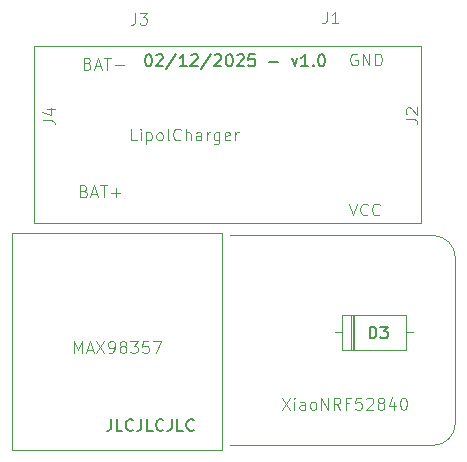
<source format=gto>
G04 #@! TF.GenerationSoftware,KiCad,Pcbnew,9.0.5*
G04 #@! TF.CreationDate,2025-12-02T21:41:35+01:00*
G04 #@! TF.ProjectId,ToyBoard,546f7942-6f61-4726-942e-6b696361645f,rev?*
G04 #@! TF.SameCoordinates,Original*
G04 #@! TF.FileFunction,Legend,Top*
G04 #@! TF.FilePolarity,Positive*
%FSLAX46Y46*%
G04 Gerber Fmt 4.6, Leading zero omitted, Abs format (unit mm)*
G04 Created by KiCad (PCBNEW 9.0.5) date 2025-12-02 21:41:35*
%MOMM*%
%LPD*%
G01*
G04 APERTURE LIST*
%ADD10C,0.150000*%
%ADD11C,0.100000*%
%ADD12C,0.120000*%
G04 APERTURE END LIST*
D10*
X130327255Y-98069819D02*
X130422493Y-98069819D01*
X130422493Y-98069819D02*
X130517731Y-98117438D01*
X130517731Y-98117438D02*
X130565350Y-98165057D01*
X130565350Y-98165057D02*
X130612969Y-98260295D01*
X130612969Y-98260295D02*
X130660588Y-98450771D01*
X130660588Y-98450771D02*
X130660588Y-98688866D01*
X130660588Y-98688866D02*
X130612969Y-98879342D01*
X130612969Y-98879342D02*
X130565350Y-98974580D01*
X130565350Y-98974580D02*
X130517731Y-99022200D01*
X130517731Y-99022200D02*
X130422493Y-99069819D01*
X130422493Y-99069819D02*
X130327255Y-99069819D01*
X130327255Y-99069819D02*
X130232017Y-99022200D01*
X130232017Y-99022200D02*
X130184398Y-98974580D01*
X130184398Y-98974580D02*
X130136779Y-98879342D01*
X130136779Y-98879342D02*
X130089160Y-98688866D01*
X130089160Y-98688866D02*
X130089160Y-98450771D01*
X130089160Y-98450771D02*
X130136779Y-98260295D01*
X130136779Y-98260295D02*
X130184398Y-98165057D01*
X130184398Y-98165057D02*
X130232017Y-98117438D01*
X130232017Y-98117438D02*
X130327255Y-98069819D01*
X131041541Y-98165057D02*
X131089160Y-98117438D01*
X131089160Y-98117438D02*
X131184398Y-98069819D01*
X131184398Y-98069819D02*
X131422493Y-98069819D01*
X131422493Y-98069819D02*
X131517731Y-98117438D01*
X131517731Y-98117438D02*
X131565350Y-98165057D01*
X131565350Y-98165057D02*
X131612969Y-98260295D01*
X131612969Y-98260295D02*
X131612969Y-98355533D01*
X131612969Y-98355533D02*
X131565350Y-98498390D01*
X131565350Y-98498390D02*
X130993922Y-99069819D01*
X130993922Y-99069819D02*
X131612969Y-99069819D01*
X132755826Y-98022200D02*
X131898684Y-99307914D01*
X133612969Y-99069819D02*
X133041541Y-99069819D01*
X133327255Y-99069819D02*
X133327255Y-98069819D01*
X133327255Y-98069819D02*
X133232017Y-98212676D01*
X133232017Y-98212676D02*
X133136779Y-98307914D01*
X133136779Y-98307914D02*
X133041541Y-98355533D01*
X133993922Y-98165057D02*
X134041541Y-98117438D01*
X134041541Y-98117438D02*
X134136779Y-98069819D01*
X134136779Y-98069819D02*
X134374874Y-98069819D01*
X134374874Y-98069819D02*
X134470112Y-98117438D01*
X134470112Y-98117438D02*
X134517731Y-98165057D01*
X134517731Y-98165057D02*
X134565350Y-98260295D01*
X134565350Y-98260295D02*
X134565350Y-98355533D01*
X134565350Y-98355533D02*
X134517731Y-98498390D01*
X134517731Y-98498390D02*
X133946303Y-99069819D01*
X133946303Y-99069819D02*
X134565350Y-99069819D01*
X135708207Y-98022200D02*
X134851065Y-99307914D01*
X135993922Y-98165057D02*
X136041541Y-98117438D01*
X136041541Y-98117438D02*
X136136779Y-98069819D01*
X136136779Y-98069819D02*
X136374874Y-98069819D01*
X136374874Y-98069819D02*
X136470112Y-98117438D01*
X136470112Y-98117438D02*
X136517731Y-98165057D01*
X136517731Y-98165057D02*
X136565350Y-98260295D01*
X136565350Y-98260295D02*
X136565350Y-98355533D01*
X136565350Y-98355533D02*
X136517731Y-98498390D01*
X136517731Y-98498390D02*
X135946303Y-99069819D01*
X135946303Y-99069819D02*
X136565350Y-99069819D01*
X137184398Y-98069819D02*
X137279636Y-98069819D01*
X137279636Y-98069819D02*
X137374874Y-98117438D01*
X137374874Y-98117438D02*
X137422493Y-98165057D01*
X137422493Y-98165057D02*
X137470112Y-98260295D01*
X137470112Y-98260295D02*
X137517731Y-98450771D01*
X137517731Y-98450771D02*
X137517731Y-98688866D01*
X137517731Y-98688866D02*
X137470112Y-98879342D01*
X137470112Y-98879342D02*
X137422493Y-98974580D01*
X137422493Y-98974580D02*
X137374874Y-99022200D01*
X137374874Y-99022200D02*
X137279636Y-99069819D01*
X137279636Y-99069819D02*
X137184398Y-99069819D01*
X137184398Y-99069819D02*
X137089160Y-99022200D01*
X137089160Y-99022200D02*
X137041541Y-98974580D01*
X137041541Y-98974580D02*
X136993922Y-98879342D01*
X136993922Y-98879342D02*
X136946303Y-98688866D01*
X136946303Y-98688866D02*
X136946303Y-98450771D01*
X136946303Y-98450771D02*
X136993922Y-98260295D01*
X136993922Y-98260295D02*
X137041541Y-98165057D01*
X137041541Y-98165057D02*
X137089160Y-98117438D01*
X137089160Y-98117438D02*
X137184398Y-98069819D01*
X137898684Y-98165057D02*
X137946303Y-98117438D01*
X137946303Y-98117438D02*
X138041541Y-98069819D01*
X138041541Y-98069819D02*
X138279636Y-98069819D01*
X138279636Y-98069819D02*
X138374874Y-98117438D01*
X138374874Y-98117438D02*
X138422493Y-98165057D01*
X138422493Y-98165057D02*
X138470112Y-98260295D01*
X138470112Y-98260295D02*
X138470112Y-98355533D01*
X138470112Y-98355533D02*
X138422493Y-98498390D01*
X138422493Y-98498390D02*
X137851065Y-99069819D01*
X137851065Y-99069819D02*
X138470112Y-99069819D01*
X139374874Y-98069819D02*
X138898684Y-98069819D01*
X138898684Y-98069819D02*
X138851065Y-98546009D01*
X138851065Y-98546009D02*
X138898684Y-98498390D01*
X138898684Y-98498390D02*
X138993922Y-98450771D01*
X138993922Y-98450771D02*
X139232017Y-98450771D01*
X139232017Y-98450771D02*
X139327255Y-98498390D01*
X139327255Y-98498390D02*
X139374874Y-98546009D01*
X139374874Y-98546009D02*
X139422493Y-98641247D01*
X139422493Y-98641247D02*
X139422493Y-98879342D01*
X139422493Y-98879342D02*
X139374874Y-98974580D01*
X139374874Y-98974580D02*
X139327255Y-99022200D01*
X139327255Y-99022200D02*
X139232017Y-99069819D01*
X139232017Y-99069819D02*
X138993922Y-99069819D01*
X138993922Y-99069819D02*
X138898684Y-99022200D01*
X138898684Y-99022200D02*
X138851065Y-98974580D01*
X140612970Y-98688866D02*
X141374875Y-98688866D01*
X142517732Y-98403152D02*
X142755827Y-99069819D01*
X142755827Y-99069819D02*
X142993922Y-98403152D01*
X143898684Y-99069819D02*
X143327256Y-99069819D01*
X143612970Y-99069819D02*
X143612970Y-98069819D01*
X143612970Y-98069819D02*
X143517732Y-98212676D01*
X143517732Y-98212676D02*
X143422494Y-98307914D01*
X143422494Y-98307914D02*
X143327256Y-98355533D01*
X144327256Y-98974580D02*
X144374875Y-99022200D01*
X144374875Y-99022200D02*
X144327256Y-99069819D01*
X144327256Y-99069819D02*
X144279637Y-99022200D01*
X144279637Y-99022200D02*
X144327256Y-98974580D01*
X144327256Y-98974580D02*
X144327256Y-99069819D01*
X144993922Y-98069819D02*
X145089160Y-98069819D01*
X145089160Y-98069819D02*
X145184398Y-98117438D01*
X145184398Y-98117438D02*
X145232017Y-98165057D01*
X145232017Y-98165057D02*
X145279636Y-98260295D01*
X145279636Y-98260295D02*
X145327255Y-98450771D01*
X145327255Y-98450771D02*
X145327255Y-98688866D01*
X145327255Y-98688866D02*
X145279636Y-98879342D01*
X145279636Y-98879342D02*
X145232017Y-98974580D01*
X145232017Y-98974580D02*
X145184398Y-99022200D01*
X145184398Y-99022200D02*
X145089160Y-99069819D01*
X145089160Y-99069819D02*
X144993922Y-99069819D01*
X144993922Y-99069819D02*
X144898684Y-99022200D01*
X144898684Y-99022200D02*
X144851065Y-98974580D01*
X144851065Y-98974580D02*
X144803446Y-98879342D01*
X144803446Y-98879342D02*
X144755827Y-98688866D01*
X144755827Y-98688866D02*
X144755827Y-98450771D01*
X144755827Y-98450771D02*
X144803446Y-98260295D01*
X144803446Y-98260295D02*
X144851065Y-98165057D01*
X144851065Y-98165057D02*
X144898684Y-98117438D01*
X144898684Y-98117438D02*
X144993922Y-98069819D01*
X127222493Y-128969819D02*
X127222493Y-129684104D01*
X127222493Y-129684104D02*
X127174874Y-129826961D01*
X127174874Y-129826961D02*
X127079636Y-129922200D01*
X127079636Y-129922200D02*
X126936779Y-129969819D01*
X126936779Y-129969819D02*
X126841541Y-129969819D01*
X128174874Y-129969819D02*
X127698684Y-129969819D01*
X127698684Y-129969819D02*
X127698684Y-128969819D01*
X129079636Y-129874580D02*
X129032017Y-129922200D01*
X129032017Y-129922200D02*
X128889160Y-129969819D01*
X128889160Y-129969819D02*
X128793922Y-129969819D01*
X128793922Y-129969819D02*
X128651065Y-129922200D01*
X128651065Y-129922200D02*
X128555827Y-129826961D01*
X128555827Y-129826961D02*
X128508208Y-129731723D01*
X128508208Y-129731723D02*
X128460589Y-129541247D01*
X128460589Y-129541247D02*
X128460589Y-129398390D01*
X128460589Y-129398390D02*
X128508208Y-129207914D01*
X128508208Y-129207914D02*
X128555827Y-129112676D01*
X128555827Y-129112676D02*
X128651065Y-129017438D01*
X128651065Y-129017438D02*
X128793922Y-128969819D01*
X128793922Y-128969819D02*
X128889160Y-128969819D01*
X128889160Y-128969819D02*
X129032017Y-129017438D01*
X129032017Y-129017438D02*
X129079636Y-129065057D01*
X129793922Y-128969819D02*
X129793922Y-129684104D01*
X129793922Y-129684104D02*
X129746303Y-129826961D01*
X129746303Y-129826961D02*
X129651065Y-129922200D01*
X129651065Y-129922200D02*
X129508208Y-129969819D01*
X129508208Y-129969819D02*
X129412970Y-129969819D01*
X130746303Y-129969819D02*
X130270113Y-129969819D01*
X130270113Y-129969819D02*
X130270113Y-128969819D01*
X131651065Y-129874580D02*
X131603446Y-129922200D01*
X131603446Y-129922200D02*
X131460589Y-129969819D01*
X131460589Y-129969819D02*
X131365351Y-129969819D01*
X131365351Y-129969819D02*
X131222494Y-129922200D01*
X131222494Y-129922200D02*
X131127256Y-129826961D01*
X131127256Y-129826961D02*
X131079637Y-129731723D01*
X131079637Y-129731723D02*
X131032018Y-129541247D01*
X131032018Y-129541247D02*
X131032018Y-129398390D01*
X131032018Y-129398390D02*
X131079637Y-129207914D01*
X131079637Y-129207914D02*
X131127256Y-129112676D01*
X131127256Y-129112676D02*
X131222494Y-129017438D01*
X131222494Y-129017438D02*
X131365351Y-128969819D01*
X131365351Y-128969819D02*
X131460589Y-128969819D01*
X131460589Y-128969819D02*
X131603446Y-129017438D01*
X131603446Y-129017438D02*
X131651065Y-129065057D01*
X132365351Y-128969819D02*
X132365351Y-129684104D01*
X132365351Y-129684104D02*
X132317732Y-129826961D01*
X132317732Y-129826961D02*
X132222494Y-129922200D01*
X132222494Y-129922200D02*
X132079637Y-129969819D01*
X132079637Y-129969819D02*
X131984399Y-129969819D01*
X133317732Y-129969819D02*
X132841542Y-129969819D01*
X132841542Y-129969819D02*
X132841542Y-128969819D01*
X134222494Y-129874580D02*
X134174875Y-129922200D01*
X134174875Y-129922200D02*
X134032018Y-129969819D01*
X134032018Y-129969819D02*
X133936780Y-129969819D01*
X133936780Y-129969819D02*
X133793923Y-129922200D01*
X133793923Y-129922200D02*
X133698685Y-129826961D01*
X133698685Y-129826961D02*
X133651066Y-129731723D01*
X133651066Y-129731723D02*
X133603447Y-129541247D01*
X133603447Y-129541247D02*
X133603447Y-129398390D01*
X133603447Y-129398390D02*
X133651066Y-129207914D01*
X133651066Y-129207914D02*
X133698685Y-129112676D01*
X133698685Y-129112676D02*
X133793923Y-129017438D01*
X133793923Y-129017438D02*
X133936780Y-128969819D01*
X133936780Y-128969819D02*
X134032018Y-128969819D01*
X134032018Y-128969819D02*
X134174875Y-129017438D01*
X134174875Y-129017438D02*
X134222494Y-129065057D01*
D11*
X141690476Y-127157419D02*
X142357142Y-128157419D01*
X142357142Y-127157419D02*
X141690476Y-128157419D01*
X142738095Y-128157419D02*
X142738095Y-127490752D01*
X142738095Y-127157419D02*
X142690476Y-127205038D01*
X142690476Y-127205038D02*
X142738095Y-127252657D01*
X142738095Y-127252657D02*
X142785714Y-127205038D01*
X142785714Y-127205038D02*
X142738095Y-127157419D01*
X142738095Y-127157419D02*
X142738095Y-127252657D01*
X143642856Y-128157419D02*
X143642856Y-127633609D01*
X143642856Y-127633609D02*
X143595237Y-127538371D01*
X143595237Y-127538371D02*
X143499999Y-127490752D01*
X143499999Y-127490752D02*
X143309523Y-127490752D01*
X143309523Y-127490752D02*
X143214285Y-127538371D01*
X143642856Y-128109800D02*
X143547618Y-128157419D01*
X143547618Y-128157419D02*
X143309523Y-128157419D01*
X143309523Y-128157419D02*
X143214285Y-128109800D01*
X143214285Y-128109800D02*
X143166666Y-128014561D01*
X143166666Y-128014561D02*
X143166666Y-127919323D01*
X143166666Y-127919323D02*
X143214285Y-127824085D01*
X143214285Y-127824085D02*
X143309523Y-127776466D01*
X143309523Y-127776466D02*
X143547618Y-127776466D01*
X143547618Y-127776466D02*
X143642856Y-127728847D01*
X144261904Y-128157419D02*
X144166666Y-128109800D01*
X144166666Y-128109800D02*
X144119047Y-128062180D01*
X144119047Y-128062180D02*
X144071428Y-127966942D01*
X144071428Y-127966942D02*
X144071428Y-127681228D01*
X144071428Y-127681228D02*
X144119047Y-127585990D01*
X144119047Y-127585990D02*
X144166666Y-127538371D01*
X144166666Y-127538371D02*
X144261904Y-127490752D01*
X144261904Y-127490752D02*
X144404761Y-127490752D01*
X144404761Y-127490752D02*
X144499999Y-127538371D01*
X144499999Y-127538371D02*
X144547618Y-127585990D01*
X144547618Y-127585990D02*
X144595237Y-127681228D01*
X144595237Y-127681228D02*
X144595237Y-127966942D01*
X144595237Y-127966942D02*
X144547618Y-128062180D01*
X144547618Y-128062180D02*
X144499999Y-128109800D01*
X144499999Y-128109800D02*
X144404761Y-128157419D01*
X144404761Y-128157419D02*
X144261904Y-128157419D01*
X145023809Y-128157419D02*
X145023809Y-127157419D01*
X145023809Y-127157419D02*
X145595237Y-128157419D01*
X145595237Y-128157419D02*
X145595237Y-127157419D01*
X146642856Y-128157419D02*
X146309523Y-127681228D01*
X146071428Y-128157419D02*
X146071428Y-127157419D01*
X146071428Y-127157419D02*
X146452380Y-127157419D01*
X146452380Y-127157419D02*
X146547618Y-127205038D01*
X146547618Y-127205038D02*
X146595237Y-127252657D01*
X146595237Y-127252657D02*
X146642856Y-127347895D01*
X146642856Y-127347895D02*
X146642856Y-127490752D01*
X146642856Y-127490752D02*
X146595237Y-127585990D01*
X146595237Y-127585990D02*
X146547618Y-127633609D01*
X146547618Y-127633609D02*
X146452380Y-127681228D01*
X146452380Y-127681228D02*
X146071428Y-127681228D01*
X147404761Y-127633609D02*
X147071428Y-127633609D01*
X147071428Y-128157419D02*
X147071428Y-127157419D01*
X147071428Y-127157419D02*
X147547618Y-127157419D01*
X148404761Y-127157419D02*
X147928571Y-127157419D01*
X147928571Y-127157419D02*
X147880952Y-127633609D01*
X147880952Y-127633609D02*
X147928571Y-127585990D01*
X147928571Y-127585990D02*
X148023809Y-127538371D01*
X148023809Y-127538371D02*
X148261904Y-127538371D01*
X148261904Y-127538371D02*
X148357142Y-127585990D01*
X148357142Y-127585990D02*
X148404761Y-127633609D01*
X148404761Y-127633609D02*
X148452380Y-127728847D01*
X148452380Y-127728847D02*
X148452380Y-127966942D01*
X148452380Y-127966942D02*
X148404761Y-128062180D01*
X148404761Y-128062180D02*
X148357142Y-128109800D01*
X148357142Y-128109800D02*
X148261904Y-128157419D01*
X148261904Y-128157419D02*
X148023809Y-128157419D01*
X148023809Y-128157419D02*
X147928571Y-128109800D01*
X147928571Y-128109800D02*
X147880952Y-128062180D01*
X148833333Y-127252657D02*
X148880952Y-127205038D01*
X148880952Y-127205038D02*
X148976190Y-127157419D01*
X148976190Y-127157419D02*
X149214285Y-127157419D01*
X149214285Y-127157419D02*
X149309523Y-127205038D01*
X149309523Y-127205038D02*
X149357142Y-127252657D01*
X149357142Y-127252657D02*
X149404761Y-127347895D01*
X149404761Y-127347895D02*
X149404761Y-127443133D01*
X149404761Y-127443133D02*
X149357142Y-127585990D01*
X149357142Y-127585990D02*
X148785714Y-128157419D01*
X148785714Y-128157419D02*
X149404761Y-128157419D01*
X149976190Y-127585990D02*
X149880952Y-127538371D01*
X149880952Y-127538371D02*
X149833333Y-127490752D01*
X149833333Y-127490752D02*
X149785714Y-127395514D01*
X149785714Y-127395514D02*
X149785714Y-127347895D01*
X149785714Y-127347895D02*
X149833333Y-127252657D01*
X149833333Y-127252657D02*
X149880952Y-127205038D01*
X149880952Y-127205038D02*
X149976190Y-127157419D01*
X149976190Y-127157419D02*
X150166666Y-127157419D01*
X150166666Y-127157419D02*
X150261904Y-127205038D01*
X150261904Y-127205038D02*
X150309523Y-127252657D01*
X150309523Y-127252657D02*
X150357142Y-127347895D01*
X150357142Y-127347895D02*
X150357142Y-127395514D01*
X150357142Y-127395514D02*
X150309523Y-127490752D01*
X150309523Y-127490752D02*
X150261904Y-127538371D01*
X150261904Y-127538371D02*
X150166666Y-127585990D01*
X150166666Y-127585990D02*
X149976190Y-127585990D01*
X149976190Y-127585990D02*
X149880952Y-127633609D01*
X149880952Y-127633609D02*
X149833333Y-127681228D01*
X149833333Y-127681228D02*
X149785714Y-127776466D01*
X149785714Y-127776466D02*
X149785714Y-127966942D01*
X149785714Y-127966942D02*
X149833333Y-128062180D01*
X149833333Y-128062180D02*
X149880952Y-128109800D01*
X149880952Y-128109800D02*
X149976190Y-128157419D01*
X149976190Y-128157419D02*
X150166666Y-128157419D01*
X150166666Y-128157419D02*
X150261904Y-128109800D01*
X150261904Y-128109800D02*
X150309523Y-128062180D01*
X150309523Y-128062180D02*
X150357142Y-127966942D01*
X150357142Y-127966942D02*
X150357142Y-127776466D01*
X150357142Y-127776466D02*
X150309523Y-127681228D01*
X150309523Y-127681228D02*
X150261904Y-127633609D01*
X150261904Y-127633609D02*
X150166666Y-127585990D01*
X151214285Y-127490752D02*
X151214285Y-128157419D01*
X150976190Y-127109800D02*
X150738095Y-127824085D01*
X150738095Y-127824085D02*
X151357142Y-127824085D01*
X151928571Y-127157419D02*
X152023809Y-127157419D01*
X152023809Y-127157419D02*
X152119047Y-127205038D01*
X152119047Y-127205038D02*
X152166666Y-127252657D01*
X152166666Y-127252657D02*
X152214285Y-127347895D01*
X152214285Y-127347895D02*
X152261904Y-127538371D01*
X152261904Y-127538371D02*
X152261904Y-127776466D01*
X152261904Y-127776466D02*
X152214285Y-127966942D01*
X152214285Y-127966942D02*
X152166666Y-128062180D01*
X152166666Y-128062180D02*
X152119047Y-128109800D01*
X152119047Y-128109800D02*
X152023809Y-128157419D01*
X152023809Y-128157419D02*
X151928571Y-128157419D01*
X151928571Y-128157419D02*
X151833333Y-128109800D01*
X151833333Y-128109800D02*
X151785714Y-128062180D01*
X151785714Y-128062180D02*
X151738095Y-127966942D01*
X151738095Y-127966942D02*
X151690476Y-127776466D01*
X151690476Y-127776466D02*
X151690476Y-127538371D01*
X151690476Y-127538371D02*
X151738095Y-127347895D01*
X151738095Y-127347895D02*
X151785714Y-127252657D01*
X151785714Y-127252657D02*
X151833333Y-127205038D01*
X151833333Y-127205038D02*
X151928571Y-127157419D01*
X129399999Y-105357419D02*
X128923809Y-105357419D01*
X128923809Y-105357419D02*
X128923809Y-104357419D01*
X129733333Y-105357419D02*
X129733333Y-104690752D01*
X129733333Y-104357419D02*
X129685714Y-104405038D01*
X129685714Y-104405038D02*
X129733333Y-104452657D01*
X129733333Y-104452657D02*
X129780952Y-104405038D01*
X129780952Y-104405038D02*
X129733333Y-104357419D01*
X129733333Y-104357419D02*
X129733333Y-104452657D01*
X130209523Y-104690752D02*
X130209523Y-105690752D01*
X130209523Y-104738371D02*
X130304761Y-104690752D01*
X130304761Y-104690752D02*
X130495237Y-104690752D01*
X130495237Y-104690752D02*
X130590475Y-104738371D01*
X130590475Y-104738371D02*
X130638094Y-104785990D01*
X130638094Y-104785990D02*
X130685713Y-104881228D01*
X130685713Y-104881228D02*
X130685713Y-105166942D01*
X130685713Y-105166942D02*
X130638094Y-105262180D01*
X130638094Y-105262180D02*
X130590475Y-105309800D01*
X130590475Y-105309800D02*
X130495237Y-105357419D01*
X130495237Y-105357419D02*
X130304761Y-105357419D01*
X130304761Y-105357419D02*
X130209523Y-105309800D01*
X131257142Y-105357419D02*
X131161904Y-105309800D01*
X131161904Y-105309800D02*
X131114285Y-105262180D01*
X131114285Y-105262180D02*
X131066666Y-105166942D01*
X131066666Y-105166942D02*
X131066666Y-104881228D01*
X131066666Y-104881228D02*
X131114285Y-104785990D01*
X131114285Y-104785990D02*
X131161904Y-104738371D01*
X131161904Y-104738371D02*
X131257142Y-104690752D01*
X131257142Y-104690752D02*
X131399999Y-104690752D01*
X131399999Y-104690752D02*
X131495237Y-104738371D01*
X131495237Y-104738371D02*
X131542856Y-104785990D01*
X131542856Y-104785990D02*
X131590475Y-104881228D01*
X131590475Y-104881228D02*
X131590475Y-105166942D01*
X131590475Y-105166942D02*
X131542856Y-105262180D01*
X131542856Y-105262180D02*
X131495237Y-105309800D01*
X131495237Y-105309800D02*
X131399999Y-105357419D01*
X131399999Y-105357419D02*
X131257142Y-105357419D01*
X132161904Y-105357419D02*
X132066666Y-105309800D01*
X132066666Y-105309800D02*
X132019047Y-105214561D01*
X132019047Y-105214561D02*
X132019047Y-104357419D01*
X133114285Y-105262180D02*
X133066666Y-105309800D01*
X133066666Y-105309800D02*
X132923809Y-105357419D01*
X132923809Y-105357419D02*
X132828571Y-105357419D01*
X132828571Y-105357419D02*
X132685714Y-105309800D01*
X132685714Y-105309800D02*
X132590476Y-105214561D01*
X132590476Y-105214561D02*
X132542857Y-105119323D01*
X132542857Y-105119323D02*
X132495238Y-104928847D01*
X132495238Y-104928847D02*
X132495238Y-104785990D01*
X132495238Y-104785990D02*
X132542857Y-104595514D01*
X132542857Y-104595514D02*
X132590476Y-104500276D01*
X132590476Y-104500276D02*
X132685714Y-104405038D01*
X132685714Y-104405038D02*
X132828571Y-104357419D01*
X132828571Y-104357419D02*
X132923809Y-104357419D01*
X132923809Y-104357419D02*
X133066666Y-104405038D01*
X133066666Y-104405038D02*
X133114285Y-104452657D01*
X133542857Y-105357419D02*
X133542857Y-104357419D01*
X133971428Y-105357419D02*
X133971428Y-104833609D01*
X133971428Y-104833609D02*
X133923809Y-104738371D01*
X133923809Y-104738371D02*
X133828571Y-104690752D01*
X133828571Y-104690752D02*
X133685714Y-104690752D01*
X133685714Y-104690752D02*
X133590476Y-104738371D01*
X133590476Y-104738371D02*
X133542857Y-104785990D01*
X134876190Y-105357419D02*
X134876190Y-104833609D01*
X134876190Y-104833609D02*
X134828571Y-104738371D01*
X134828571Y-104738371D02*
X134733333Y-104690752D01*
X134733333Y-104690752D02*
X134542857Y-104690752D01*
X134542857Y-104690752D02*
X134447619Y-104738371D01*
X134876190Y-105309800D02*
X134780952Y-105357419D01*
X134780952Y-105357419D02*
X134542857Y-105357419D01*
X134542857Y-105357419D02*
X134447619Y-105309800D01*
X134447619Y-105309800D02*
X134400000Y-105214561D01*
X134400000Y-105214561D02*
X134400000Y-105119323D01*
X134400000Y-105119323D02*
X134447619Y-105024085D01*
X134447619Y-105024085D02*
X134542857Y-104976466D01*
X134542857Y-104976466D02*
X134780952Y-104976466D01*
X134780952Y-104976466D02*
X134876190Y-104928847D01*
X135352381Y-105357419D02*
X135352381Y-104690752D01*
X135352381Y-104881228D02*
X135400000Y-104785990D01*
X135400000Y-104785990D02*
X135447619Y-104738371D01*
X135447619Y-104738371D02*
X135542857Y-104690752D01*
X135542857Y-104690752D02*
X135638095Y-104690752D01*
X136400000Y-104690752D02*
X136400000Y-105500276D01*
X136400000Y-105500276D02*
X136352381Y-105595514D01*
X136352381Y-105595514D02*
X136304762Y-105643133D01*
X136304762Y-105643133D02*
X136209524Y-105690752D01*
X136209524Y-105690752D02*
X136066667Y-105690752D01*
X136066667Y-105690752D02*
X135971429Y-105643133D01*
X136400000Y-105309800D02*
X136304762Y-105357419D01*
X136304762Y-105357419D02*
X136114286Y-105357419D01*
X136114286Y-105357419D02*
X136019048Y-105309800D01*
X136019048Y-105309800D02*
X135971429Y-105262180D01*
X135971429Y-105262180D02*
X135923810Y-105166942D01*
X135923810Y-105166942D02*
X135923810Y-104881228D01*
X135923810Y-104881228D02*
X135971429Y-104785990D01*
X135971429Y-104785990D02*
X136019048Y-104738371D01*
X136019048Y-104738371D02*
X136114286Y-104690752D01*
X136114286Y-104690752D02*
X136304762Y-104690752D01*
X136304762Y-104690752D02*
X136400000Y-104738371D01*
X137257143Y-105309800D02*
X137161905Y-105357419D01*
X137161905Y-105357419D02*
X136971429Y-105357419D01*
X136971429Y-105357419D02*
X136876191Y-105309800D01*
X136876191Y-105309800D02*
X136828572Y-105214561D01*
X136828572Y-105214561D02*
X136828572Y-104833609D01*
X136828572Y-104833609D02*
X136876191Y-104738371D01*
X136876191Y-104738371D02*
X136971429Y-104690752D01*
X136971429Y-104690752D02*
X137161905Y-104690752D01*
X137161905Y-104690752D02*
X137257143Y-104738371D01*
X137257143Y-104738371D02*
X137304762Y-104833609D01*
X137304762Y-104833609D02*
X137304762Y-104928847D01*
X137304762Y-104928847D02*
X136828572Y-105024085D01*
X137733334Y-105357419D02*
X137733334Y-104690752D01*
X137733334Y-104881228D02*
X137780953Y-104785990D01*
X137780953Y-104785990D02*
X137828572Y-104738371D01*
X137828572Y-104738371D02*
X137923810Y-104690752D01*
X137923810Y-104690752D02*
X138019048Y-104690752D01*
X124937217Y-109648609D02*
X125080074Y-109696228D01*
X125080074Y-109696228D02*
X125127693Y-109743847D01*
X125127693Y-109743847D02*
X125175312Y-109839085D01*
X125175312Y-109839085D02*
X125175312Y-109981942D01*
X125175312Y-109981942D02*
X125127693Y-110077180D01*
X125127693Y-110077180D02*
X125080074Y-110124800D01*
X125080074Y-110124800D02*
X124984836Y-110172419D01*
X124984836Y-110172419D02*
X124603884Y-110172419D01*
X124603884Y-110172419D02*
X124603884Y-109172419D01*
X124603884Y-109172419D02*
X124937217Y-109172419D01*
X124937217Y-109172419D02*
X125032455Y-109220038D01*
X125032455Y-109220038D02*
X125080074Y-109267657D01*
X125080074Y-109267657D02*
X125127693Y-109362895D01*
X125127693Y-109362895D02*
X125127693Y-109458133D01*
X125127693Y-109458133D02*
X125080074Y-109553371D01*
X125080074Y-109553371D02*
X125032455Y-109600990D01*
X125032455Y-109600990D02*
X124937217Y-109648609D01*
X124937217Y-109648609D02*
X124603884Y-109648609D01*
X125556265Y-109886704D02*
X126032455Y-109886704D01*
X125461027Y-110172419D02*
X125794360Y-109172419D01*
X125794360Y-109172419D02*
X126127693Y-110172419D01*
X126318170Y-109172419D02*
X126889598Y-109172419D01*
X126603884Y-110172419D02*
X126603884Y-109172419D01*
X127222932Y-109791466D02*
X127984837Y-109791466D01*
X127603884Y-110172419D02*
X127603884Y-109410514D01*
X125237217Y-98848609D02*
X125380074Y-98896228D01*
X125380074Y-98896228D02*
X125427693Y-98943847D01*
X125427693Y-98943847D02*
X125475312Y-99039085D01*
X125475312Y-99039085D02*
X125475312Y-99181942D01*
X125475312Y-99181942D02*
X125427693Y-99277180D01*
X125427693Y-99277180D02*
X125380074Y-99324800D01*
X125380074Y-99324800D02*
X125284836Y-99372419D01*
X125284836Y-99372419D02*
X124903884Y-99372419D01*
X124903884Y-99372419D02*
X124903884Y-98372419D01*
X124903884Y-98372419D02*
X125237217Y-98372419D01*
X125237217Y-98372419D02*
X125332455Y-98420038D01*
X125332455Y-98420038D02*
X125380074Y-98467657D01*
X125380074Y-98467657D02*
X125427693Y-98562895D01*
X125427693Y-98562895D02*
X125427693Y-98658133D01*
X125427693Y-98658133D02*
X125380074Y-98753371D01*
X125380074Y-98753371D02*
X125332455Y-98800990D01*
X125332455Y-98800990D02*
X125237217Y-98848609D01*
X125237217Y-98848609D02*
X124903884Y-98848609D01*
X125856265Y-99086704D02*
X126332455Y-99086704D01*
X125761027Y-99372419D02*
X126094360Y-98372419D01*
X126094360Y-98372419D02*
X126427693Y-99372419D01*
X126618170Y-98372419D02*
X127189598Y-98372419D01*
X126903884Y-99372419D02*
X126903884Y-98372419D01*
X127522932Y-98991466D02*
X128284837Y-98991466D01*
X147381027Y-110711419D02*
X147714360Y-111711419D01*
X147714360Y-111711419D02*
X148047693Y-110711419D01*
X148952455Y-111616180D02*
X148904836Y-111663800D01*
X148904836Y-111663800D02*
X148761979Y-111711419D01*
X148761979Y-111711419D02*
X148666741Y-111711419D01*
X148666741Y-111711419D02*
X148523884Y-111663800D01*
X148523884Y-111663800D02*
X148428646Y-111568561D01*
X148428646Y-111568561D02*
X148381027Y-111473323D01*
X148381027Y-111473323D02*
X148333408Y-111282847D01*
X148333408Y-111282847D02*
X148333408Y-111139990D01*
X148333408Y-111139990D02*
X148381027Y-110949514D01*
X148381027Y-110949514D02*
X148428646Y-110854276D01*
X148428646Y-110854276D02*
X148523884Y-110759038D01*
X148523884Y-110759038D02*
X148666741Y-110711419D01*
X148666741Y-110711419D02*
X148761979Y-110711419D01*
X148761979Y-110711419D02*
X148904836Y-110759038D01*
X148904836Y-110759038D02*
X148952455Y-110806657D01*
X149952455Y-111616180D02*
X149904836Y-111663800D01*
X149904836Y-111663800D02*
X149761979Y-111711419D01*
X149761979Y-111711419D02*
X149666741Y-111711419D01*
X149666741Y-111711419D02*
X149523884Y-111663800D01*
X149523884Y-111663800D02*
X149428646Y-111568561D01*
X149428646Y-111568561D02*
X149381027Y-111473323D01*
X149381027Y-111473323D02*
X149333408Y-111282847D01*
X149333408Y-111282847D02*
X149333408Y-111139990D01*
X149333408Y-111139990D02*
X149381027Y-110949514D01*
X149381027Y-110949514D02*
X149428646Y-110854276D01*
X149428646Y-110854276D02*
X149523884Y-110759038D01*
X149523884Y-110759038D02*
X149666741Y-110711419D01*
X149666741Y-110711419D02*
X149761979Y-110711419D01*
X149761979Y-110711419D02*
X149904836Y-110759038D01*
X149904836Y-110759038D02*
X149952455Y-110806657D01*
X148047693Y-98059038D02*
X147952455Y-98011419D01*
X147952455Y-98011419D02*
X147809598Y-98011419D01*
X147809598Y-98011419D02*
X147666741Y-98059038D01*
X147666741Y-98059038D02*
X147571503Y-98154276D01*
X147571503Y-98154276D02*
X147523884Y-98249514D01*
X147523884Y-98249514D02*
X147476265Y-98439990D01*
X147476265Y-98439990D02*
X147476265Y-98582847D01*
X147476265Y-98582847D02*
X147523884Y-98773323D01*
X147523884Y-98773323D02*
X147571503Y-98868561D01*
X147571503Y-98868561D02*
X147666741Y-98963800D01*
X147666741Y-98963800D02*
X147809598Y-99011419D01*
X147809598Y-99011419D02*
X147904836Y-99011419D01*
X147904836Y-99011419D02*
X148047693Y-98963800D01*
X148047693Y-98963800D02*
X148095312Y-98916180D01*
X148095312Y-98916180D02*
X148095312Y-98582847D01*
X148095312Y-98582847D02*
X147904836Y-98582847D01*
X148523884Y-99011419D02*
X148523884Y-98011419D01*
X148523884Y-98011419D02*
X149095312Y-99011419D01*
X149095312Y-99011419D02*
X149095312Y-98011419D01*
X149571503Y-99011419D02*
X149571503Y-98011419D01*
X149571503Y-98011419D02*
X149809598Y-98011419D01*
X149809598Y-98011419D02*
X149952455Y-98059038D01*
X149952455Y-98059038D02*
X150047693Y-98154276D01*
X150047693Y-98154276D02*
X150095312Y-98249514D01*
X150095312Y-98249514D02*
X150142931Y-98439990D01*
X150142931Y-98439990D02*
X150142931Y-98582847D01*
X150142931Y-98582847D02*
X150095312Y-98773323D01*
X150095312Y-98773323D02*
X150047693Y-98868561D01*
X150047693Y-98868561D02*
X149952455Y-98963800D01*
X149952455Y-98963800D02*
X149809598Y-99011419D01*
X149809598Y-99011419D02*
X149571503Y-99011419D01*
X152157419Y-103573333D02*
X152871704Y-103573333D01*
X152871704Y-103573333D02*
X153014561Y-103620952D01*
X153014561Y-103620952D02*
X153109800Y-103716190D01*
X153109800Y-103716190D02*
X153157419Y-103859047D01*
X153157419Y-103859047D02*
X153157419Y-103954285D01*
X152252657Y-103144761D02*
X152205038Y-103097142D01*
X152205038Y-103097142D02*
X152157419Y-103001904D01*
X152157419Y-103001904D02*
X152157419Y-102763809D01*
X152157419Y-102763809D02*
X152205038Y-102668571D01*
X152205038Y-102668571D02*
X152252657Y-102620952D01*
X152252657Y-102620952D02*
X152347895Y-102573333D01*
X152347895Y-102573333D02*
X152443133Y-102573333D01*
X152443133Y-102573333D02*
X152585990Y-102620952D01*
X152585990Y-102620952D02*
X153157419Y-103192380D01*
X153157419Y-103192380D02*
X153157419Y-102573333D01*
X145462666Y-94453419D02*
X145462666Y-95167704D01*
X145462666Y-95167704D02*
X145415047Y-95310561D01*
X145415047Y-95310561D02*
X145319809Y-95405800D01*
X145319809Y-95405800D02*
X145176952Y-95453419D01*
X145176952Y-95453419D02*
X145081714Y-95453419D01*
X146462666Y-95453419D02*
X145891238Y-95453419D01*
X146176952Y-95453419D02*
X146176952Y-94453419D01*
X146176952Y-94453419D02*
X146081714Y-94596276D01*
X146081714Y-94596276D02*
X145986476Y-94691514D01*
X145986476Y-94691514D02*
X145891238Y-94739133D01*
X129266666Y-94557419D02*
X129266666Y-95271704D01*
X129266666Y-95271704D02*
X129219047Y-95414561D01*
X129219047Y-95414561D02*
X129123809Y-95509800D01*
X129123809Y-95509800D02*
X128980952Y-95557419D01*
X128980952Y-95557419D02*
X128885714Y-95557419D01*
X129647619Y-94557419D02*
X130266666Y-94557419D01*
X130266666Y-94557419D02*
X129933333Y-94938371D01*
X129933333Y-94938371D02*
X130076190Y-94938371D01*
X130076190Y-94938371D02*
X130171428Y-94985990D01*
X130171428Y-94985990D02*
X130219047Y-95033609D01*
X130219047Y-95033609D02*
X130266666Y-95128847D01*
X130266666Y-95128847D02*
X130266666Y-95366942D01*
X130266666Y-95366942D02*
X130219047Y-95462180D01*
X130219047Y-95462180D02*
X130171428Y-95509800D01*
X130171428Y-95509800D02*
X130076190Y-95557419D01*
X130076190Y-95557419D02*
X129790476Y-95557419D01*
X129790476Y-95557419D02*
X129695238Y-95509800D01*
X129695238Y-95509800D02*
X129647619Y-95462180D01*
X121457419Y-103633333D02*
X122171704Y-103633333D01*
X122171704Y-103633333D02*
X122314561Y-103680952D01*
X122314561Y-103680952D02*
X122409800Y-103776190D01*
X122409800Y-103776190D02*
X122457419Y-103919047D01*
X122457419Y-103919047D02*
X122457419Y-104014285D01*
X121790752Y-102728571D02*
X122457419Y-102728571D01*
X121409800Y-102966666D02*
X122124085Y-103204761D01*
X122124085Y-103204761D02*
X122124085Y-102585714D01*
D10*
X149121905Y-122120819D02*
X149121905Y-121120819D01*
X149121905Y-121120819D02*
X149360000Y-121120819D01*
X149360000Y-121120819D02*
X149502857Y-121168438D01*
X149502857Y-121168438D02*
X149598095Y-121263676D01*
X149598095Y-121263676D02*
X149645714Y-121358914D01*
X149645714Y-121358914D02*
X149693333Y-121549390D01*
X149693333Y-121549390D02*
X149693333Y-121692247D01*
X149693333Y-121692247D02*
X149645714Y-121882723D01*
X149645714Y-121882723D02*
X149598095Y-121977961D01*
X149598095Y-121977961D02*
X149502857Y-122073200D01*
X149502857Y-122073200D02*
X149360000Y-122120819D01*
X149360000Y-122120819D02*
X149121905Y-122120819D01*
X150026667Y-121120819D02*
X150645714Y-121120819D01*
X150645714Y-121120819D02*
X150312381Y-121501771D01*
X150312381Y-121501771D02*
X150455238Y-121501771D01*
X150455238Y-121501771D02*
X150550476Y-121549390D01*
X150550476Y-121549390D02*
X150598095Y-121597009D01*
X150598095Y-121597009D02*
X150645714Y-121692247D01*
X150645714Y-121692247D02*
X150645714Y-121930342D01*
X150645714Y-121930342D02*
X150598095Y-122025580D01*
X150598095Y-122025580D02*
X150550476Y-122073200D01*
X150550476Y-122073200D02*
X150455238Y-122120819D01*
X150455238Y-122120819D02*
X150169524Y-122120819D01*
X150169524Y-122120819D02*
X150074286Y-122073200D01*
X150074286Y-122073200D02*
X150026667Y-122025580D01*
D11*
X124080952Y-123357419D02*
X124080952Y-122357419D01*
X124080952Y-122357419D02*
X124414285Y-123071704D01*
X124414285Y-123071704D02*
X124747618Y-122357419D01*
X124747618Y-122357419D02*
X124747618Y-123357419D01*
X125176190Y-123071704D02*
X125652380Y-123071704D01*
X125080952Y-123357419D02*
X125414285Y-122357419D01*
X125414285Y-122357419D02*
X125747618Y-123357419D01*
X125985714Y-122357419D02*
X126652380Y-123357419D01*
X126652380Y-122357419D02*
X125985714Y-123357419D01*
X127080952Y-123357419D02*
X127271428Y-123357419D01*
X127271428Y-123357419D02*
X127366666Y-123309800D01*
X127366666Y-123309800D02*
X127414285Y-123262180D01*
X127414285Y-123262180D02*
X127509523Y-123119323D01*
X127509523Y-123119323D02*
X127557142Y-122928847D01*
X127557142Y-122928847D02*
X127557142Y-122547895D01*
X127557142Y-122547895D02*
X127509523Y-122452657D01*
X127509523Y-122452657D02*
X127461904Y-122405038D01*
X127461904Y-122405038D02*
X127366666Y-122357419D01*
X127366666Y-122357419D02*
X127176190Y-122357419D01*
X127176190Y-122357419D02*
X127080952Y-122405038D01*
X127080952Y-122405038D02*
X127033333Y-122452657D01*
X127033333Y-122452657D02*
X126985714Y-122547895D01*
X126985714Y-122547895D02*
X126985714Y-122785990D01*
X126985714Y-122785990D02*
X127033333Y-122881228D01*
X127033333Y-122881228D02*
X127080952Y-122928847D01*
X127080952Y-122928847D02*
X127176190Y-122976466D01*
X127176190Y-122976466D02*
X127366666Y-122976466D01*
X127366666Y-122976466D02*
X127461904Y-122928847D01*
X127461904Y-122928847D02*
X127509523Y-122881228D01*
X127509523Y-122881228D02*
X127557142Y-122785990D01*
X128128571Y-122785990D02*
X128033333Y-122738371D01*
X128033333Y-122738371D02*
X127985714Y-122690752D01*
X127985714Y-122690752D02*
X127938095Y-122595514D01*
X127938095Y-122595514D02*
X127938095Y-122547895D01*
X127938095Y-122547895D02*
X127985714Y-122452657D01*
X127985714Y-122452657D02*
X128033333Y-122405038D01*
X128033333Y-122405038D02*
X128128571Y-122357419D01*
X128128571Y-122357419D02*
X128319047Y-122357419D01*
X128319047Y-122357419D02*
X128414285Y-122405038D01*
X128414285Y-122405038D02*
X128461904Y-122452657D01*
X128461904Y-122452657D02*
X128509523Y-122547895D01*
X128509523Y-122547895D02*
X128509523Y-122595514D01*
X128509523Y-122595514D02*
X128461904Y-122690752D01*
X128461904Y-122690752D02*
X128414285Y-122738371D01*
X128414285Y-122738371D02*
X128319047Y-122785990D01*
X128319047Y-122785990D02*
X128128571Y-122785990D01*
X128128571Y-122785990D02*
X128033333Y-122833609D01*
X128033333Y-122833609D02*
X127985714Y-122881228D01*
X127985714Y-122881228D02*
X127938095Y-122976466D01*
X127938095Y-122976466D02*
X127938095Y-123166942D01*
X127938095Y-123166942D02*
X127985714Y-123262180D01*
X127985714Y-123262180D02*
X128033333Y-123309800D01*
X128033333Y-123309800D02*
X128128571Y-123357419D01*
X128128571Y-123357419D02*
X128319047Y-123357419D01*
X128319047Y-123357419D02*
X128414285Y-123309800D01*
X128414285Y-123309800D02*
X128461904Y-123262180D01*
X128461904Y-123262180D02*
X128509523Y-123166942D01*
X128509523Y-123166942D02*
X128509523Y-122976466D01*
X128509523Y-122976466D02*
X128461904Y-122881228D01*
X128461904Y-122881228D02*
X128414285Y-122833609D01*
X128414285Y-122833609D02*
X128319047Y-122785990D01*
X128842857Y-122357419D02*
X129461904Y-122357419D01*
X129461904Y-122357419D02*
X129128571Y-122738371D01*
X129128571Y-122738371D02*
X129271428Y-122738371D01*
X129271428Y-122738371D02*
X129366666Y-122785990D01*
X129366666Y-122785990D02*
X129414285Y-122833609D01*
X129414285Y-122833609D02*
X129461904Y-122928847D01*
X129461904Y-122928847D02*
X129461904Y-123166942D01*
X129461904Y-123166942D02*
X129414285Y-123262180D01*
X129414285Y-123262180D02*
X129366666Y-123309800D01*
X129366666Y-123309800D02*
X129271428Y-123357419D01*
X129271428Y-123357419D02*
X128985714Y-123357419D01*
X128985714Y-123357419D02*
X128890476Y-123309800D01*
X128890476Y-123309800D02*
X128842857Y-123262180D01*
X130366666Y-122357419D02*
X129890476Y-122357419D01*
X129890476Y-122357419D02*
X129842857Y-122833609D01*
X129842857Y-122833609D02*
X129890476Y-122785990D01*
X129890476Y-122785990D02*
X129985714Y-122738371D01*
X129985714Y-122738371D02*
X130223809Y-122738371D01*
X130223809Y-122738371D02*
X130319047Y-122785990D01*
X130319047Y-122785990D02*
X130366666Y-122833609D01*
X130366666Y-122833609D02*
X130414285Y-122928847D01*
X130414285Y-122928847D02*
X130414285Y-123166942D01*
X130414285Y-123166942D02*
X130366666Y-123262180D01*
X130366666Y-123262180D02*
X130319047Y-123309800D01*
X130319047Y-123309800D02*
X130223809Y-123357419D01*
X130223809Y-123357419D02*
X129985714Y-123357419D01*
X129985714Y-123357419D02*
X129890476Y-123309800D01*
X129890476Y-123309800D02*
X129842857Y-123262180D01*
X130747619Y-122357419D02*
X131414285Y-122357419D01*
X131414285Y-122357419D02*
X130985714Y-123357419D01*
X156377500Y-129285000D02*
G75*
G02*
X154472500Y-131190000I-1905000J0D01*
G01*
X154472500Y-113410000D02*
G75*
G02*
X156377500Y-115315000I0J-1905000D01*
G01*
X156377500Y-129285000D02*
X156377500Y-115315000D01*
X137327500Y-131190000D02*
X154472500Y-131190000D01*
X137327500Y-113410000D02*
X154472500Y-113410000D01*
X120677000Y-97361000D02*
X153443000Y-97361000D01*
X153443000Y-112347000D01*
X120677000Y-112347000D01*
X120677000Y-97361000D01*
D12*
X146198000Y-121600000D02*
X146780000Y-121600000D01*
X147560000Y-120130000D02*
X147560000Y-123070000D01*
X147680000Y-120130000D02*
X147680000Y-123070000D01*
X147800000Y-120130000D02*
X147800000Y-123070000D01*
X152802000Y-121600000D02*
X152220000Y-121600000D01*
X146780000Y-120130000D02*
X152220000Y-120130000D01*
X152220000Y-123070000D01*
X146780000Y-123070000D01*
X146780000Y-120130000D01*
D11*
X136590000Y-131607500D02*
X118810000Y-131607500D01*
X118810000Y-113192500D01*
X136590000Y-113192500D01*
X136590000Y-131607500D01*
M02*

</source>
